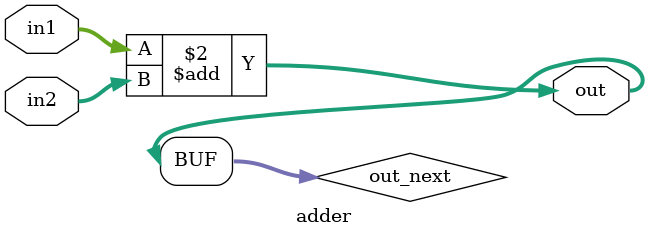
<source format=v>
/*
 TungstenHammer CSCI320
 Michael Hammer - Son Pham - Tung Phan
 MIPS CPU Implementation
 Based on Harris & Harris' "Digital Design and Computer Architecture" (2012)
 */

/*
 adder - add in1 and in2, output to out
 */
module adder(in1, in2, out);
   input [31:0] in1, in2;
   output [31:0] out;

   parameter DELAY = 100;
   
   reg [31:0] 	 out_next;

   assign #DELAY out = out_next;
   always @(*)
     out_next <= in1 + in2;
endmodule // adder

</source>
